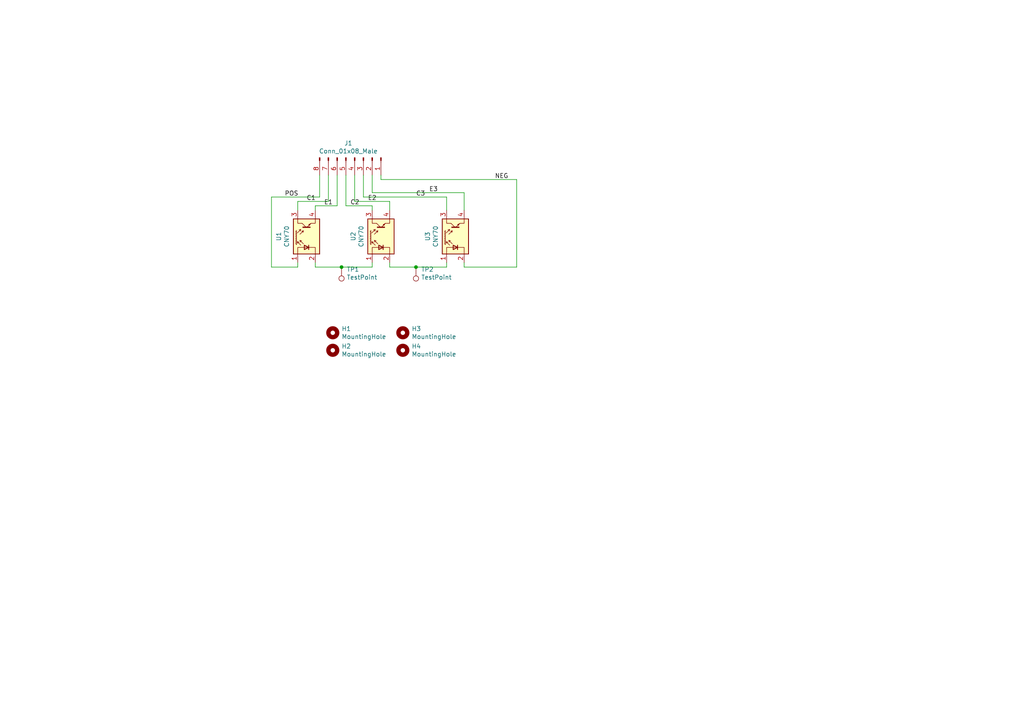
<source format=kicad_sch>
(kicad_sch (version 20211123) (generator eeschema)
  (paper "A4")
  (lib_symbols
    (symbol "Connector:Conn_01x08_Male" (pin_names (offset 1.016) hide)
      (property "Reference" "J" (at 0 10.16 0))
      (property "Value" "Conn_01x08_Male" (at 0 -12.7 0))
      (symbol "Conn_01x08_Male_1_1"
        (polyline (pts (xy 1.27 -10.16) (xy 0.8636 -10.16)) (stroke (width 0.1524)))
        (polyline (pts (xy 1.27 -7.62) (xy 0.8636 -7.62)) (stroke (width 0.1524)))
        (polyline (pts (xy 1.27 -5.08) (xy 0.8636 -5.08)) (stroke (width 0.1524)))
        (polyline (pts (xy 1.27 -2.54) (xy 0.8636 -2.54)) (stroke (width 0.1524)))
        (polyline (pts (xy 1.27 0) (xy 0.8636 0)) (stroke (width 0.1524)))
        (polyline (pts (xy 1.27 2.54) (xy 0.8636 2.54)) (stroke (width 0.1524)))
        (polyline (pts (xy 1.27 5.08) (xy 0.8636 5.08)) (stroke (width 0.1524)))
        (polyline (pts (xy 1.27 7.62) (xy 0.8636 7.62)) (stroke (width 0.1524)))
        (rectangle (start 0.8636 -10.033) (end 0 -10.287) (stroke (width 0.1524)) (fill (type outline)))
        (rectangle (start 0.8636 -7.493) (end 0 -7.747) (stroke (width 0.1524)) (fill (type outline)))
        (rectangle (start 0.8636 -4.953) (end 0 -5.207) (stroke (width 0.1524)) (fill (type outline)))
        (rectangle (start 0.8636 -2.413) (end 0 -2.667) (stroke (width 0.1524)) (fill (type outline)))
        (rectangle (start 0.8636 0.127) (end 0 -0.127) (stroke (width 0.1524)) (fill (type outline)))
        (rectangle (start 0.8636 2.667) (end 0 2.413) (stroke (width 0.1524)) (fill (type outline)))
        (rectangle (start 0.8636 5.207) (end 0 4.953) (stroke (width 0.1524)) (fill (type outline)))
        (rectangle (start 0.8636 7.747) (end 0 7.493) (stroke (width 0.1524)) (fill (type outline)))
        (pin passive line (at 5.08 7.62 180) (length 3.81) (name "Pin_1") (number "1"))
        (pin passive line (at 5.08 5.08 180) (length 3.81) (name "Pin_2") (number "2"))
        (pin passive line (at 5.08 2.54 180) (length 3.81) (name "Pin_3") (number "3"))
        (pin passive line (at 5.08 0 180) (length 3.81) (name "Pin_4") (number "4"))
        (pin passive line (at 5.08 -2.54 180) (length 3.81) (name "Pin_5") (number "5"))
        (pin passive line (at 5.08 -5.08 180) (length 3.81) (name "Pin_6") (number "6"))
        (pin passive line (at 5.08 -7.62 180) (length 3.81) (name "Pin_7") (number "7"))
        (pin passive line (at 5.08 -10.16 180) (length 3.81) (name "Pin_8") (number "8"))
      )
    )
    (symbol "Connector:TestPoint" (pin_numbers hide) (pin_names (offset 0.762) hide)
      (property "Reference" "TP" (at 0 6.858 0))
      (property "Value" "TestPoint" (at 0 5.08 0))
      (symbol "TestPoint_0_1"
        (circle (center 0 3.302) (radius 0.762))
      )
      (symbol "TestPoint_1_1"
        (pin passive line (at 0 0 90) (length 2.54) (name "1") (number "1"))
      )
    )
    (symbol "Mechanical:MountingHole" (pin_names (offset 1.016))
      (property "Reference" "H" (at 0 5.08 0))
      (property "Value" "MountingHole" (at 0 3.175 0))
      (symbol "MountingHole_0_1"
        (circle (center 0 0) (radius 1.27) (stroke (width 1.27)))
      )
    )
    (symbol "Sensor_Proximity:CNY70" (pin_names (offset 1.016) hide)
      (property "Reference" "U" (at -5.08 5.08 0))
      (property "Value" "CNY70" (at 5.08 5.08 0))
      (symbol "CNY70_0_1"
        (polyline (pts (xy -3.81 -0.635) (xy -2.54 -0.635)) (stroke (width 0.254)))
        (polyline (pts (xy -2.286 2.921) (xy -2.032 3.175)))
        (polyline (pts (xy -1.778 2.921) (xy -1.524 3.175)))
        (polyline (pts (xy -1.524 2.667) (xy -1.651 2.159)))
        (polyline (pts (xy -1.27 2.921) (xy -1.016 3.175)))
        (polyline (pts (xy -1.143 1.905) (xy -1.27 1.397)))
        (polyline (pts (xy -0.762 2.921) (xy -0.508 3.175)))
        (polyline (pts (xy -0.254 2.921) (xy 0 3.175)))
        (polyline (pts (xy 0.254 2.921) (xy 0.508 3.175)))
        (polyline (pts (xy 0.762 2.921) (xy 1.016 3.175)))
        (polyline (pts (xy 1.27 2.921) (xy 1.524 3.175)))
        (polyline (pts (xy 1.651 0.889) (xy 1.143 1.016)))
        (polyline (pts (xy 1.778 2.921) (xy -2.413 2.921)))
        (polyline (pts (xy 2.032 1.651) (xy 1.524 1.778)))
        (polyline (pts (xy 2.667 -0.127) (xy 3.81 -1.27)))
        (polyline (pts (xy 2.667 0.127) (xy 3.81 1.27)))
        (polyline (pts (xy -2.54 1.651) (xy -1.524 2.667) (xy -2.032 2.54)))
        (polyline (pts (xy -2.159 0.889) (xy -1.143 1.905) (xy -1.651 1.778)))
        (polyline (pts (xy 0.635 1.905) (xy 1.651 0.889) (xy 1.524 1.397)))
        (polyline (pts (xy 1.016 2.667) (xy 2.032 1.651) (xy 1.905 2.159)))
        (polyline (pts (xy 2.667 1.016) (xy 2.667 -1.016) (xy 2.667 -1.016)) (stroke (width 0.3556)))
        (polyline (pts (xy 3.81 -1.27) (xy 3.81 -2.54) (xy 5.08 -2.54)))
        (polyline (pts (xy 3.81 1.27) (xy 3.81 2.54) (xy 5.08 2.54)))
        (polyline (pts (xy -5.08 -2.54) (xy -3.175 -2.54) (xy -3.175 2.54) (xy -5.08 2.54)))
        (polyline (pts (xy -3.175 -0.635) (xy -3.81 0.635) (xy -2.54 0.635) (xy -3.175 -0.635)) (stroke (width 0.254)))
        (polyline (pts (xy 3.683 -1.143) (xy 3.429 -0.635) (xy 3.175 -0.889) (xy 3.683 -1.143)))
        (polyline (pts (xy -5.08 -3.81) (xy 5.08 -3.81) (xy 5.08 3.81) (xy -5.08 3.81) (xy -5.08 -3.81)) (stroke (width 0.254)) (fill (type background)))
      )
      (symbol "CNY70_1_1"
        (pin passive line (at -7.62 2.54 0) (length 2.54) (name "A") (number "1"))
        (pin passive line (at -7.62 -2.54 0) (length 2.54) (name "K") (number "2"))
        (pin open_collector line (at 7.62 2.54 180) (length 2.54) (name "C") (number "3"))
        (pin open_emitter line (at 7.62 -2.54 180) (length 2.54) (name "E") (number "4"))
      )
    )
  )
  (junction (at 120.65 77.47))
  (junction (at 99.06 77.47))
  (wire (pts (xy 91.44 59.69) (xy 97.79 59.69)))
  (wire (pts (xy 95.25 50.8) (xy 95.25 58.42)))
  (wire (pts (xy 100.33 50.8) (xy 100.33 59.69)))
  (wire (pts (xy 78.74 77.47) (xy 78.74 57.15)))
  (wire (pts (xy 107.95 50.8) (xy 107.95 55.88)))
  (wire (pts (xy 149.86 77.47) (xy 149.86 52.07)))
  (wire (pts (xy 97.79 59.69) (xy 97.79 50.8)))
  (wire (pts (xy 78.74 57.15) (xy 92.71 57.15)))
  (wire (pts (xy 105.41 57.15) (xy 129.54 57.15)))
  (wire (pts (xy 120.65 77.47) (xy 129.54 77.47)))
  (wire (pts (xy 107.95 59.69) (xy 107.95 60.96)))
  (wire (pts (xy 91.44 60.96) (xy 91.44 59.69)))
  (wire (pts (xy 86.36 58.42) (xy 86.36 60.96)))
  (wire (pts (xy 134.62 77.47) (xy 149.86 77.47)))
  (wire (pts (xy 91.44 76.2) (xy 91.44 77.47)))
  (wire (pts (xy 113.03 76.2) (xy 113.03 77.47)))
  (wire (pts (xy 92.71 57.15) (xy 92.71 50.8)))
  (wire (pts (xy 100.33 59.69) (xy 107.95 59.69)))
  (wire (pts (xy 129.54 77.47) (xy 129.54 76.2)))
  (wire (pts (xy 110.49 52.07) (xy 149.86 52.07)))
  (wire (pts (xy 107.95 77.47) (xy 107.95 76.2)))
  (wire (pts (xy 113.03 58.42) (xy 113.03 60.96)))
  (wire (pts (xy 105.41 50.8) (xy 105.41 57.15)))
  (wire (pts (xy 129.54 57.15) (xy 129.54 60.96)))
  (wire (pts (xy 107.95 55.88) (xy 134.62 55.88)))
  (wire (pts (xy 134.62 55.88) (xy 134.62 60.96)))
  (wire (pts (xy 91.44 77.47) (xy 99.06 77.47)))
  (wire (pts (xy 86.36 77.47) (xy 78.74 77.47)))
  (wire (pts (xy 113.03 77.47) (xy 120.65 77.47)))
  (wire (pts (xy 110.49 52.07) (xy 110.49 50.8)))
  (wire (pts (xy 102.87 58.42) (xy 113.03 58.42)))
  (wire (pts (xy 95.25 58.42) (xy 86.36 58.42)))
  (wire (pts (xy 102.87 50.8) (xy 102.87 58.42)))
  (wire (pts (xy 134.62 76.2) (xy 134.62 77.47)))
  (wire (pts (xy 99.06 77.47) (xy 107.95 77.47)))
  (wire (pts (xy 86.36 76.2) (xy 86.36 77.47)))
  (label "E2" (at 106.68 58.42 0))
  (label "E3" (at 124.46 55.88 0))
  (label "E1" (at 93.98 59.69 0))
  (label "NEG" (at 143.51 52.07 0))
  (label "C1" (at 88.9 58.42 0))
  (label "C2" (at 101.6 59.69 0))
  (label "C3" (at 120.65 57.15 0))
  (label "POS" (at 82.55 57.15 0))
  (symbol (lib_id "Sensor_Proximity:CNY70") (at 88.9 68.58 90) (unit 1)
    (property "Reference" "U1" (at 80.8482 68.58 0))
    (property "Value" "CNY70" (at 83.1596 68.58 0))
    (property "Footprint" "OptoDevice:Vishay_CNY70" (effects hide))
    (property "Datasheet" "https://www.vishay.com/docs/83751/cny70.pdf" (effects hide))
  )
  (symbol (lib_id "Sensor_Proximity:CNY70") (at 132.08 68.58 90) (unit 1)
    (property "Reference" "U3" (at 124.0282 68.58 0))
    (property "Value" "CNY70" (at 126.3396 68.58 0))
    (property "Footprint" "OptoDevice:Vishay_CNY70" (effects hide))
    (property "Datasheet" "https://www.vishay.com/docs/83751/cny70.pdf" (effects hide))
  )
  (symbol (lib_id "Mechanical:MountingHole") (at 96.52 96.52 0) (unit 1)
    (property "Reference" "H1" (at 99.06 95.3516 0) (effects (justify left)))
    (property "Value" "MountingHole" (at 99.06 97.663 0) (effects (justify left)))
    (property "Footprint" "Mounting_Holes:MountingHole_3.2mm_M3" (effects hide))
  )
  (symbol (lib_id "Sensor_Proximity:CNY70") (at 110.49 68.58 90) (unit 1)
    (property "Reference" "U2" (at 102.4382 68.58 0))
    (property "Value" "CNY70" (at 104.7496 68.58 0))
    (property "Footprint" "OptoDevice:Vishay_CNY70" (effects hide))
    (property "Datasheet" "https://www.vishay.com/docs/83751/cny70.pdf" (effects hide))
  )
  (symbol (lib_id "Mechanical:MountingHole") (at 96.52 101.6 0) (unit 1)
    (property "Reference" "H2" (at 99.06 100.4316 0) (effects (justify left)))
    (property "Value" "MountingHole" (at 99.06 102.743 0) (effects (justify left)))
    (property "Footprint" "Mounting_Holes:MountingHole_3.2mm_M3" (effects hide))
  )
  (symbol (lib_id "Connector:Conn_01x08_Male") (at 102.87 45.72 270) (unit 1)
    (property "Reference" "J1" (at 101.0412 41.529 90))
    (property "Value" "Conn_01x08_Male" (at 101.0412 43.8404 90))
    (property "Footprint" "Connector_PinHeader_2.54mm:PinHeader_1x08_P2.54mm_Horizontal" (effects hide))
  )
  (symbol (lib_id "Connector:TestPoint") (at 99.06 77.47 180) (unit 1)
    (property "Reference" "TP1" (at 100.5332 78.1304 0) (effects (justify right)))
    (property "Value" "TestPoint" (at 100.5332 80.4418 0) (effects (justify right)))
    (property "Footprint" "TestPoint:TestPoint_Pad_1.0x1.0mm" (effects hide))
  )
  (symbol (lib_id "Connector:TestPoint") (at 120.65 77.47 180) (unit 1)
    (property "Reference" "TP2" (at 122.1232 78.1304 0) (effects (justify right)))
    (property "Value" "TestPoint" (at 122.1232 80.4418 0) (effects (justify right)))
    (property "Footprint" "TestPoint:TestPoint_Pad_1.0x1.0mm" (effects hide))
  )
  (symbol (lib_id "Mechanical:MountingHole") (at 116.84 96.52 0) (unit 1)
    (property "Reference" "H3" (at 119.38 95.3516 0) (effects (justify left)))
    (property "Value" "MountingHole" (at 119.38 97.663 0) (effects (justify left)))
    (property "Footprint" "Mounting_Holes:MountingHole_3.2mm_M3" (effects hide))
  )
  (symbol (lib_id "Mechanical:MountingHole") (at 116.84 101.6 0) (unit 1)
    (property "Reference" "H4" (at 119.38 100.4316 0) (effects (justify left)))
    (property "Value" "MountingHole" (at 119.38 102.743 0) (effects (justify left)))
    (property "Footprint" "Mounting_Holes:MountingHole_3.2mm_M3" (effects hide))
  )
)
</source>
